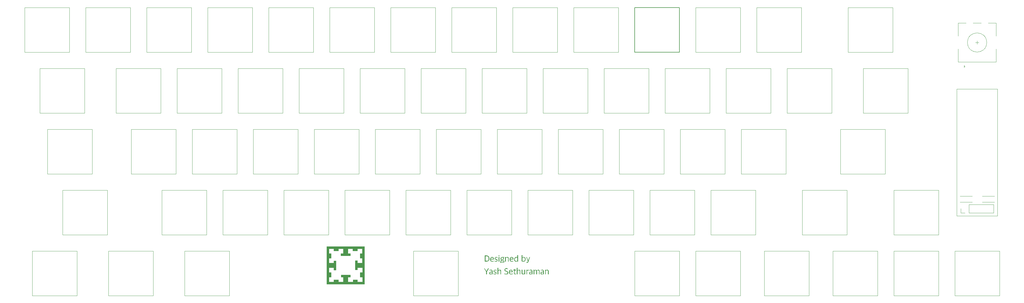
<source format=gbr>
G04 #@! TF.GenerationSoftware,KiCad,Pcbnew,8.0.5*
G04 #@! TF.CreationDate,2025-03-18T10:54:49-07:00*
G04 #@! TF.ProjectId,keyboard,6b657962-6f61-4726-942e-6b696361645f,rev?*
G04 #@! TF.SameCoordinates,Original*
G04 #@! TF.FileFunction,Legend,Top*
G04 #@! TF.FilePolarity,Positive*
%FSLAX46Y46*%
G04 Gerber Fmt 4.6, Leading zero omitted, Abs format (unit mm)*
G04 Created by KiCad (PCBNEW 8.0.5) date 2025-03-18 10:54:49*
%MOMM*%
%LPD*%
G01*
G04 APERTURE LIST*
%ADD10C,0.150000*%
%ADD11C,0.100000*%
%ADD12C,0.000000*%
%ADD13C,0.375000*%
%ADD14C,0.120000*%
G04 APERTURE END LIST*
D10*
X280540000Y-97540000D02*
X294510000Y-97540000D01*
X294510000Y-111510000D01*
X280540000Y-111510000D01*
X280540000Y-97540000D01*
D11*
X381162500Y-123066750D02*
X393862500Y-123066750D01*
X393862500Y-162754250D01*
X381162500Y-162754250D01*
X381162500Y-123066750D01*
D12*
G36*
X196281021Y-184220417D02*
G01*
X184374771Y-184220417D01*
X184374771Y-176031563D01*
X185115605Y-176031563D01*
X185115605Y-177526458D01*
X186597271Y-177526458D01*
X186597271Y-176785625D01*
X187338104Y-176785625D01*
X187338104Y-179748959D01*
X186597271Y-179748959D01*
X186597271Y-179008125D01*
X185115605Y-179008125D01*
X185115605Y-180503021D01*
X185856438Y-180503021D01*
X185856438Y-181984688D01*
X185115605Y-181984688D01*
X185115605Y-183466353D01*
X186610500Y-183466353D01*
X186610500Y-182725520D01*
X188092167Y-182725520D01*
X188092167Y-183466353D01*
X189587062Y-183466353D01*
X189587062Y-181984688D01*
X188846229Y-181984688D01*
X188846229Y-181243855D01*
X191809563Y-181243855D01*
X191809563Y-181984688D01*
X191068729Y-181984688D01*
X191068729Y-183453125D01*
X192563625Y-183453125D01*
X192563625Y-182712292D01*
X194045292Y-182712292D01*
X194045292Y-183453125D01*
X195526957Y-183453125D01*
X195526957Y-181971458D01*
X194786124Y-181971458D01*
X194786124Y-180489792D01*
X195526957Y-180489792D01*
X195526957Y-178994896D01*
X194045292Y-178994896D01*
X194045292Y-179735730D01*
X193304459Y-179735730D01*
X193304459Y-176759167D01*
X194045292Y-176759167D01*
X194045292Y-177500000D01*
X195500500Y-177500000D01*
X195500500Y-176018334D01*
X194759666Y-176018334D01*
X194759666Y-174536667D01*
X195500500Y-174536667D01*
X195500500Y-173055001D01*
X194018833Y-173055001D01*
X194018833Y-173795834D01*
X192537167Y-173795834D01*
X192537167Y-173055001D01*
X191055500Y-173055001D01*
X191055500Y-174536667D01*
X191796334Y-174536667D01*
X191796334Y-175277500D01*
X188819771Y-175277500D01*
X188819771Y-174536667D01*
X189560604Y-174536667D01*
X189560604Y-173055001D01*
X188078938Y-173055001D01*
X188078938Y-173795834D01*
X186597271Y-173795834D01*
X186597271Y-173055001D01*
X185115605Y-173055001D01*
X185115605Y-174549896D01*
X185856438Y-174549896D01*
X185856438Y-176031563D01*
X185115605Y-176031563D01*
X184374771Y-176031563D01*
X184374771Y-174549896D01*
X184374771Y-172314167D01*
X196281021Y-172314167D01*
X196281021Y-184220417D01*
G37*
D13*
G36*
X234169725Y-181042763D02*
G01*
X234388078Y-181042763D01*
X234388078Y-180303196D01*
X235004058Y-179163558D01*
X234791079Y-179163558D01*
X234292823Y-180096078D01*
X234286961Y-180096078D01*
X233785775Y-179163558D01*
X233550814Y-179163558D01*
X234169725Y-180303196D01*
X234169725Y-181042763D01*
G37*
G36*
X235784875Y-179631945D02*
G01*
X235905734Y-179652708D01*
X236005538Y-179693059D01*
X236083471Y-179753703D01*
X236138715Y-179835344D01*
X236170456Y-179938687D01*
X236178378Y-180037459D01*
X236178378Y-181042763D01*
X236004966Y-181042763D01*
X235982495Y-180922107D01*
X235968329Y-180922107D01*
X235891886Y-180990719D01*
X235793997Y-181038242D01*
X235697244Y-181060981D01*
X235599034Y-181067676D01*
X235486426Y-181058253D01*
X235386623Y-181029933D01*
X235287380Y-180970894D01*
X235214722Y-180884396D01*
X235177687Y-180791239D01*
X235164770Y-180678841D01*
X235165264Y-180672979D01*
X235388985Y-180672979D01*
X235399595Y-180750128D01*
X235452369Y-180835797D01*
X235543751Y-180885516D01*
X235652279Y-180899637D01*
X235664306Y-180899514D01*
X235769358Y-180888104D01*
X235872556Y-180856608D01*
X235962956Y-180799009D01*
X235962956Y-180390146D01*
X235643486Y-180426782D01*
X235556693Y-180441982D01*
X235460489Y-180489010D01*
X235404777Y-180569458D01*
X235388985Y-180672979D01*
X235165264Y-180672979D01*
X235172028Y-180592782D01*
X235209263Y-180483446D01*
X235276450Y-180397229D01*
X235371716Y-180333475D01*
X235471201Y-180297032D01*
X235587799Y-180275352D01*
X235962956Y-180230411D01*
X235962956Y-180084842D01*
X235955756Y-179995134D01*
X235911863Y-179894232D01*
X235823321Y-179837345D01*
X235724306Y-179817752D01*
X235618573Y-179813244D01*
X235593677Y-179813470D01*
X235488774Y-179819615D01*
X235385601Y-179834624D01*
X235287869Y-179858185D01*
X235287869Y-179704312D01*
X235299221Y-179699625D01*
X235393179Y-179667570D01*
X235493502Y-179645119D01*
X235601291Y-179632183D01*
X235702593Y-179628597D01*
X235784875Y-179631945D01*
G37*
G36*
X236933577Y-181065233D02*
G01*
X237042285Y-181058464D01*
X237138932Y-181038374D01*
X237241636Y-180995027D01*
X237322859Y-180932012D01*
X237381134Y-180849969D01*
X237414998Y-180749533D01*
X237423528Y-180656371D01*
X237415365Y-180554041D01*
X237382948Y-180456212D01*
X237311520Y-180369958D01*
X237219303Y-180314003D01*
X237119139Y-180276095D01*
X237048371Y-180255812D01*
X236908664Y-180216734D01*
X236813577Y-180182700D01*
X236732353Y-180120135D01*
X236701758Y-180025568D01*
X236701058Y-180003754D01*
X236728308Y-179901744D01*
X236810299Y-179837516D01*
X236915545Y-179813336D01*
X236981449Y-179810314D01*
X237079902Y-179815189D01*
X237183282Y-179830690D01*
X237281913Y-179856682D01*
X237348301Y-179883586D01*
X237348301Y-179709685D01*
X237255618Y-179670172D01*
X237151796Y-179643950D01*
X237052142Y-179631502D01*
X236970213Y-179628597D01*
X236858152Y-179635919D01*
X236761477Y-179657227D01*
X236662063Y-179702018D01*
X236586209Y-179765180D01*
X236525905Y-179862498D01*
X236500938Y-179959263D01*
X236496871Y-180023293D01*
X236506647Y-180123584D01*
X236542574Y-180219690D01*
X236614211Y-180303710D01*
X236697799Y-180356456D01*
X236798826Y-180395858D01*
X236835880Y-180406755D01*
X236973144Y-180443391D01*
X237073247Y-180477952D01*
X237159441Y-180531624D01*
X237208608Y-180623467D01*
X237213479Y-180678841D01*
X237185993Y-180781828D01*
X237110040Y-180846218D01*
X237013644Y-180874943D01*
X236902802Y-180883028D01*
X236801905Y-180878855D01*
X236703503Y-180864848D01*
X236607645Y-180839796D01*
X236508052Y-180804460D01*
X236485636Y-180796078D01*
X236485636Y-180967048D01*
X236578501Y-181009592D01*
X236684510Y-181040321D01*
X236787582Y-181057300D01*
X236899862Y-181064839D01*
X236933577Y-181065233D01*
G37*
G36*
X237741532Y-181042763D02*
G01*
X237954512Y-181042763D01*
X237954512Y-179916803D01*
X238045676Y-179877129D01*
X238144167Y-179844141D01*
X238245772Y-179821594D01*
X238346278Y-179813244D01*
X238454280Y-179820840D01*
X238552020Y-179855886D01*
X238613563Y-179943281D01*
X238626180Y-180051137D01*
X238626180Y-181042763D01*
X238839160Y-181042763D01*
X238839160Y-180009127D01*
X238829502Y-179894503D01*
X238792221Y-179785825D01*
X238726585Y-179706964D01*
X238632246Y-179656142D01*
X238531454Y-179633928D01*
X238436159Y-179628597D01*
X238323828Y-179636695D01*
X238213789Y-179659720D01*
X238109877Y-179695772D01*
X238015927Y-179742946D01*
X237968190Y-179774166D01*
X237954512Y-179774166D01*
X237954512Y-179037529D01*
X237741532Y-179037529D01*
X237741532Y-181042763D01*
G37*
G36*
X240418434Y-181076468D02*
G01*
X240535561Y-181070789D01*
X240639841Y-181054115D01*
X240759396Y-181015724D01*
X240857313Y-180960050D01*
X240934278Y-180888388D01*
X240990978Y-180802032D01*
X241028101Y-180702274D01*
X241046334Y-180590410D01*
X241048580Y-180530341D01*
X241040461Y-180420614D01*
X241008407Y-180306518D01*
X240953620Y-180214280D01*
X240877823Y-180139863D01*
X240782737Y-180079233D01*
X240693938Y-180037941D01*
X240594777Y-180000823D01*
X240410130Y-179942205D01*
X240305211Y-179900021D01*
X240217570Y-179844243D01*
X240157165Y-179764554D01*
X240132057Y-179659346D01*
X240130227Y-179611500D01*
X240148384Y-179504189D01*
X240201707Y-179418836D01*
X240288481Y-179358325D01*
X240388178Y-179328416D01*
X240488287Y-179320362D01*
X240598738Y-179325608D01*
X240697596Y-179339863D01*
X240799310Y-179364916D01*
X240899098Y-179400336D01*
X240953326Y-179423921D01*
X240953326Y-179236343D01*
X240857866Y-179194445D01*
X240755135Y-179162096D01*
X240646748Y-179141890D01*
X240537050Y-179133394D01*
X240496592Y-179132784D01*
X240391633Y-179138144D01*
X240267915Y-179161233D01*
X240162690Y-179201225D01*
X240075900Y-179256683D01*
X239993251Y-179345566D01*
X239939206Y-179453563D01*
X239916490Y-179551837D01*
X239911386Y-179631528D01*
X239918281Y-179731633D01*
X239945876Y-179838714D01*
X239993835Y-179927950D01*
X240061386Y-180001713D01*
X240147759Y-180062372D01*
X240252182Y-180112298D01*
X240323179Y-180138087D01*
X240505384Y-180202568D01*
X240601951Y-180237528D01*
X240693211Y-180284109D01*
X240767834Y-180350256D01*
X240814351Y-180449755D01*
X240824366Y-180546950D01*
X240810835Y-180654239D01*
X240769291Y-180744160D01*
X240698303Y-180814181D01*
X240596441Y-180861771D01*
X240486941Y-180882470D01*
X240410130Y-180885959D01*
X240299929Y-180880833D01*
X240193754Y-180866175D01*
X240092744Y-180843069D01*
X239998039Y-180812595D01*
X239897038Y-180769173D01*
X239883542Y-180762372D01*
X239883542Y-180950439D01*
X239973862Y-180993872D01*
X240079284Y-181030709D01*
X240181528Y-181055010D01*
X240294616Y-181070824D01*
X240397057Y-181076305D01*
X240418434Y-181076468D01*
G37*
G36*
X241976421Y-179631187D02*
G01*
X242100532Y-179651861D01*
X242206124Y-179693083D01*
X242293462Y-179754721D01*
X242362807Y-179836644D01*
X242414424Y-179938720D01*
X242448575Y-180060817D01*
X242462886Y-180165449D01*
X242467631Y-180281214D01*
X242467631Y-180401381D01*
X241520946Y-180401381D01*
X241532349Y-180521794D01*
X241557949Y-180623161D01*
X241609494Y-180724492D01*
X241682255Y-180799305D01*
X241775696Y-180849400D01*
X241889280Y-180876578D01*
X241994289Y-180883028D01*
X242028291Y-180882509D01*
X242137221Y-180873059D01*
X242233586Y-180853230D01*
X242333565Y-180820380D01*
X242428553Y-180779469D01*
X242428553Y-180939204D01*
X242373380Y-180972827D01*
X242275741Y-181015802D01*
X242168491Y-181046207D01*
X242060918Y-181062869D01*
X241960583Y-181067676D01*
X241920273Y-181066900D01*
X241806928Y-181055409D01*
X241704981Y-181030546D01*
X241586834Y-180977423D01*
X241489071Y-180902520D01*
X241411762Y-180806976D01*
X241354974Y-180691931D01*
X241325893Y-180593534D01*
X241308423Y-180485289D01*
X241302593Y-180367676D01*
X241302593Y-180328597D01*
X241308160Y-180230411D01*
X241520946Y-180230411D01*
X242243416Y-180230411D01*
X242238041Y-180125189D01*
X242216240Y-180016012D01*
X242168048Y-179916259D01*
X242095932Y-179848729D01*
X242000006Y-179811432D01*
X241901965Y-179802009D01*
X241804334Y-179813498D01*
X241711126Y-179851262D01*
X241629241Y-179920248D01*
X241574627Y-180005153D01*
X241536657Y-180118037D01*
X241520946Y-180230411D01*
X241308160Y-180230411D01*
X241309920Y-180199362D01*
X241331067Y-180084055D01*
X241364788Y-179982411D01*
X241409832Y-179894163D01*
X241485348Y-179796880D01*
X241575816Y-179722312D01*
X241678277Y-179669828D01*
X241789771Y-179638800D01*
X241907338Y-179628597D01*
X241976421Y-179631187D01*
G37*
G36*
X243241881Y-181059371D02*
G01*
X243346500Y-181049930D01*
X243444778Y-181017812D01*
X243476843Y-181003196D01*
X243476843Y-180857627D01*
X243377132Y-180878219D01*
X243298057Y-180883028D01*
X243198688Y-180872610D01*
X243116025Y-180813834D01*
X243093515Y-180707807D01*
X243093382Y-180695450D01*
X243093382Y-179832784D01*
X243448999Y-179832784D01*
X243448999Y-179656441D01*
X243093382Y-179656441D01*
X243093382Y-179326224D01*
X242880402Y-179326224D01*
X242880402Y-179656441D01*
X242681588Y-179656441D01*
X242681588Y-179832784D01*
X242880402Y-179832784D01*
X242880402Y-180729155D01*
X242890626Y-180829231D01*
X242928381Y-180923740D01*
X243004175Y-181000952D01*
X243110097Y-181045232D01*
X243221633Y-181059091D01*
X243241881Y-181059371D01*
G37*
G36*
X243781169Y-181042763D02*
G01*
X243994149Y-181042763D01*
X243994149Y-179916803D01*
X244085313Y-179877129D01*
X244183804Y-179844141D01*
X244285409Y-179821594D01*
X244385915Y-179813244D01*
X244493917Y-179820840D01*
X244591657Y-179855886D01*
X244653200Y-179943281D01*
X244665817Y-180051137D01*
X244665817Y-181042763D01*
X244878797Y-181042763D01*
X244878797Y-180009127D01*
X244869139Y-179894503D01*
X244831858Y-179785825D01*
X244766223Y-179706964D01*
X244671884Y-179656142D01*
X244571091Y-179633928D01*
X244475796Y-179628597D01*
X244363465Y-179636695D01*
X244253426Y-179659720D01*
X244149514Y-179695772D01*
X244055564Y-179742946D01*
X244007827Y-179774166D01*
X243994149Y-179774166D01*
X243994149Y-179037529D01*
X243781169Y-179037529D01*
X243781169Y-181042763D01*
G37*
G36*
X245698964Y-181067676D02*
G01*
X245806404Y-181058864D01*
X245908050Y-181034209D01*
X246003718Y-180996379D01*
X246093224Y-180948043D01*
X246141532Y-180916734D01*
X246152767Y-180916734D01*
X246172307Y-181042763D01*
X246356954Y-181042763D01*
X246356954Y-179653510D01*
X246144463Y-179653510D01*
X246144463Y-180773607D01*
X246045160Y-180819191D01*
X245951648Y-180853112D01*
X245851628Y-180875911D01*
X245757583Y-180883028D01*
X245656966Y-180875129D01*
X245563510Y-180838411D01*
X245505890Y-180757711D01*
X245489107Y-180647466D01*
X245488915Y-180630969D01*
X245488915Y-179653510D01*
X245273493Y-179653510D01*
X245273493Y-180661744D01*
X245284625Y-180778035D01*
X245317470Y-180874944D01*
X245384379Y-180965460D01*
X245479934Y-181027640D01*
X245580413Y-181057645D01*
X245698964Y-181067676D01*
G37*
G36*
X246764840Y-181042763D02*
G01*
X246980262Y-181042763D01*
X246980262Y-179950509D01*
X247071011Y-179896892D01*
X247162810Y-179860338D01*
X247262132Y-179837242D01*
X247352977Y-179830341D01*
X247453605Y-179838646D01*
X247453605Y-179645205D01*
X247369585Y-179639832D01*
X247268220Y-179650711D01*
X247172709Y-179680300D01*
X247076077Y-179731162D01*
X246998770Y-179793667D01*
X246983193Y-179810314D01*
X246969027Y-179810314D01*
X246969027Y-179653510D01*
X246764840Y-179653510D01*
X246764840Y-181042763D01*
G37*
G36*
X248227583Y-179631945D02*
G01*
X248348442Y-179652708D01*
X248448246Y-179693059D01*
X248526178Y-179753703D01*
X248581423Y-179835344D01*
X248613164Y-179938687D01*
X248621086Y-180037459D01*
X248621086Y-181042763D01*
X248447673Y-181042763D01*
X248425203Y-180922107D01*
X248411037Y-180922107D01*
X248334594Y-180990719D01*
X248236705Y-181038242D01*
X248139952Y-181060981D01*
X248041742Y-181067676D01*
X247929134Y-181058253D01*
X247829330Y-181029933D01*
X247730088Y-180970894D01*
X247657430Y-180884396D01*
X247620394Y-180791239D01*
X247607478Y-180678841D01*
X247607972Y-180672979D01*
X247831693Y-180672979D01*
X247842303Y-180750128D01*
X247895076Y-180835797D01*
X247986459Y-180885516D01*
X248094987Y-180899637D01*
X248107013Y-180899514D01*
X248212066Y-180888104D01*
X248315263Y-180856608D01*
X248405663Y-180799009D01*
X248405663Y-180390146D01*
X248086194Y-180426782D01*
X247999401Y-180441982D01*
X247903197Y-180489010D01*
X247847485Y-180569458D01*
X247831693Y-180672979D01*
X247607972Y-180672979D01*
X247614736Y-180592782D01*
X247651970Y-180483446D01*
X247719158Y-180397229D01*
X247814424Y-180333475D01*
X247913909Y-180297032D01*
X248030506Y-180275352D01*
X248405663Y-180230411D01*
X248405663Y-180084842D01*
X248398463Y-179995134D01*
X248354571Y-179894232D01*
X248266028Y-179837345D01*
X248167013Y-179817752D01*
X248061281Y-179813244D01*
X248036385Y-179813470D01*
X247931482Y-179819615D01*
X247828309Y-179834624D01*
X247730576Y-179858185D01*
X247730576Y-179704312D01*
X247741928Y-179699625D01*
X247835886Y-179667570D01*
X247936210Y-179645119D01*
X248043998Y-179632183D01*
X248145301Y-179628597D01*
X248227583Y-179631945D01*
G37*
G36*
X249023598Y-181042763D02*
G01*
X249236578Y-181042763D01*
X249236578Y-179914361D01*
X249333259Y-179871656D01*
X249433056Y-179837174D01*
X249533751Y-179816589D01*
X249589264Y-179813244D01*
X249694131Y-179823624D01*
X249784536Y-179869359D01*
X249833885Y-179966965D01*
X249841323Y-180051137D01*
X249841323Y-181042763D01*
X250053814Y-181042763D01*
X250053814Y-180006685D01*
X250045510Y-179914361D01*
X250141787Y-179873626D01*
X250244329Y-179838370D01*
X250341640Y-179817511D01*
X250404058Y-179813244D01*
X250510458Y-179823624D01*
X250601895Y-179869359D01*
X250651590Y-179966965D01*
X250659048Y-180051137D01*
X250659048Y-181042763D01*
X250869097Y-181042763D01*
X250869097Y-180006685D01*
X250858980Y-179892058D01*
X250821006Y-179783833D01*
X250756329Y-179705686D01*
X250666513Y-179655588D01*
X250553124Y-179631511D01*
X250488078Y-179628597D01*
X250384573Y-179636508D01*
X250280537Y-179659627D01*
X250176984Y-179697034D01*
X250074925Y-179747808D01*
X250017666Y-179782470D01*
X250006431Y-179782470D01*
X249940836Y-179707662D01*
X249853079Y-179657734D01*
X249756730Y-179633923D01*
X249673284Y-179628597D01*
X249571691Y-179637352D01*
X249473188Y-179661614D01*
X249378481Y-179698375D01*
X249288274Y-179744629D01*
X249239020Y-179774166D01*
X249227785Y-179774166D01*
X249227785Y-179653510D01*
X249023598Y-179653510D01*
X249023598Y-181042763D01*
G37*
G36*
X251795482Y-179631945D02*
G01*
X251916341Y-179652708D01*
X252016145Y-179693059D01*
X252094078Y-179753703D01*
X252149322Y-179835344D01*
X252181064Y-179938687D01*
X252188985Y-180037459D01*
X252188985Y-181042763D01*
X252015573Y-181042763D01*
X251993102Y-180922107D01*
X251978936Y-180922107D01*
X251902494Y-180990719D01*
X251804604Y-181038242D01*
X251707851Y-181060981D01*
X251609641Y-181067676D01*
X251497033Y-181058253D01*
X251397230Y-181029933D01*
X251297987Y-180970894D01*
X251225329Y-180884396D01*
X251188294Y-180791239D01*
X251175377Y-180678841D01*
X251175871Y-180672979D01*
X251399592Y-180672979D01*
X251410202Y-180750128D01*
X251462976Y-180835797D01*
X251554358Y-180885516D01*
X251662886Y-180899637D01*
X251674913Y-180899514D01*
X251779965Y-180888104D01*
X251883163Y-180856608D01*
X251973563Y-180799009D01*
X251973563Y-180390146D01*
X251654093Y-180426782D01*
X251567300Y-180441982D01*
X251471096Y-180489010D01*
X251415384Y-180569458D01*
X251399592Y-180672979D01*
X251175871Y-180672979D01*
X251182635Y-180592782D01*
X251219870Y-180483446D01*
X251287057Y-180397229D01*
X251382323Y-180333475D01*
X251481808Y-180297032D01*
X251598406Y-180275352D01*
X251973563Y-180230411D01*
X251973563Y-180084842D01*
X251966363Y-179995134D01*
X251922471Y-179894232D01*
X251833928Y-179837345D01*
X251734913Y-179817752D01*
X251629181Y-179813244D01*
X251604284Y-179813470D01*
X251499381Y-179819615D01*
X251396208Y-179834624D01*
X251298476Y-179858185D01*
X251298476Y-179704312D01*
X251309828Y-179699625D01*
X251403786Y-179667570D01*
X251504110Y-179645119D01*
X251611898Y-179632183D01*
X251713200Y-179628597D01*
X251795482Y-179631945D01*
G37*
G36*
X252591497Y-181042763D02*
G01*
X252804477Y-181042763D01*
X252804477Y-179914361D01*
X252895641Y-179876099D01*
X252994132Y-179843836D01*
X253095737Y-179821556D01*
X253196243Y-179813244D01*
X253304245Y-179820840D01*
X253401985Y-179855886D01*
X253463528Y-179943281D01*
X253476145Y-180051137D01*
X253476145Y-181042763D01*
X253689125Y-181042763D01*
X253689125Y-180006685D01*
X253679467Y-179892058D01*
X253642186Y-179783833D01*
X253576550Y-179705686D01*
X253482212Y-179655588D01*
X253381419Y-179633803D01*
X253286124Y-179628597D01*
X253173346Y-179637023D01*
X253077573Y-179656451D01*
X252970135Y-179691184D01*
X252870831Y-179736576D01*
X252806920Y-179774166D01*
X252795684Y-179774166D01*
X252795684Y-179653510D01*
X252591497Y-179653510D01*
X252591497Y-181042763D01*
G37*
G36*
X234402350Y-175166974D02*
G01*
X234500426Y-175177239D01*
X234635953Y-175205532D01*
X234757309Y-175249374D01*
X234864194Y-175308852D01*
X234956309Y-175384049D01*
X235033354Y-175475049D01*
X235095031Y-175581938D01*
X235141039Y-175704800D01*
X235171079Y-175843719D01*
X235182086Y-175945294D01*
X235185775Y-176054068D01*
X235185775Y-176107313D01*
X235182548Y-176215223D01*
X235172807Y-176317209D01*
X235145781Y-176458766D01*
X235103582Y-176586186D01*
X235045901Y-176698988D01*
X234972429Y-176796688D01*
X234882857Y-176878804D01*
X234776876Y-176944851D01*
X234654177Y-176994348D01*
X234514451Y-177026811D01*
X234411688Y-177038751D01*
X234301128Y-177042763D01*
X233740834Y-177042763D01*
X233740834Y-176852254D01*
X233962118Y-176852254D01*
X234306501Y-176852254D01*
X234347270Y-176851627D01*
X234461000Y-176842123D01*
X234562055Y-176820892D01*
X234677515Y-176773698D01*
X234771485Y-176704113D01*
X234844561Y-176611256D01*
X234897338Y-176494244D01*
X234923957Y-176390104D01*
X234939745Y-176271509D01*
X234944952Y-176138087D01*
X234944952Y-176054068D01*
X234942175Y-175960394D01*
X234927698Y-175834368D01*
X234901041Y-175725012D01*
X234862426Y-175631524D01*
X234792716Y-175530171D01*
X234702657Y-175453703D01*
X234592770Y-175400219D01*
X234497656Y-175374045D01*
X234391902Y-175358928D01*
X234275726Y-175354068D01*
X233962118Y-175354068D01*
X233962118Y-176852254D01*
X233740834Y-176852254D01*
X233740834Y-175163558D01*
X234298197Y-175163558D01*
X234402350Y-175166974D01*
G37*
G36*
X236110684Y-175631187D02*
G01*
X236234796Y-175651861D01*
X236340388Y-175693083D01*
X236427725Y-175754721D01*
X236497071Y-175836644D01*
X236548688Y-175938720D01*
X236582839Y-176060817D01*
X236597150Y-176165449D01*
X236601895Y-176281214D01*
X236601895Y-176401381D01*
X235655210Y-176401381D01*
X235666613Y-176521794D01*
X235692213Y-176623161D01*
X235743758Y-176724492D01*
X235816519Y-176799305D01*
X235909960Y-176849400D01*
X236023543Y-176876578D01*
X236128553Y-176883028D01*
X236162554Y-176882509D01*
X236271485Y-176873059D01*
X236367849Y-176853230D01*
X236467829Y-176820380D01*
X236562816Y-176779469D01*
X236562816Y-176939204D01*
X236507644Y-176972827D01*
X236410004Y-177015802D01*
X236302755Y-177046207D01*
X236195182Y-177062869D01*
X236094847Y-177067676D01*
X236054537Y-177066900D01*
X235941192Y-177055409D01*
X235839245Y-177030546D01*
X235721097Y-176977423D01*
X235623335Y-176902520D01*
X235546025Y-176806976D01*
X235489238Y-176691931D01*
X235460157Y-176593534D01*
X235442687Y-176485289D01*
X235436857Y-176367676D01*
X235436857Y-176328597D01*
X235442423Y-176230411D01*
X235655210Y-176230411D01*
X236377680Y-176230411D01*
X236372305Y-176125189D01*
X236350504Y-176016012D01*
X236302312Y-175916259D01*
X236230195Y-175848729D01*
X236134270Y-175811432D01*
X236036229Y-175802009D01*
X235938597Y-175813498D01*
X235845390Y-175851262D01*
X235763505Y-175920248D01*
X235708891Y-176005153D01*
X235670921Y-176118037D01*
X235655210Y-176230411D01*
X235442423Y-176230411D01*
X235444183Y-176199362D01*
X235465331Y-176084055D01*
X235499051Y-175982411D01*
X235544096Y-175894163D01*
X235619612Y-175796880D01*
X235710080Y-175722312D01*
X235812540Y-175669828D01*
X235924034Y-175638800D01*
X236041602Y-175628597D01*
X236110684Y-175631187D01*
G37*
G36*
X237275517Y-177065233D02*
G01*
X237384225Y-177058464D01*
X237480872Y-177038374D01*
X237583576Y-176995027D01*
X237664799Y-176932012D01*
X237723074Y-176849969D01*
X237756938Y-176749533D01*
X237765468Y-176656371D01*
X237757305Y-176554041D01*
X237724888Y-176456212D01*
X237653460Y-176369958D01*
X237561243Y-176314003D01*
X237461079Y-176276095D01*
X237390311Y-176255812D01*
X237250604Y-176216734D01*
X237155517Y-176182700D01*
X237074293Y-176120135D01*
X237043698Y-176025568D01*
X237042998Y-176003754D01*
X237070248Y-175901744D01*
X237152239Y-175837516D01*
X237257485Y-175813336D01*
X237323389Y-175810314D01*
X237421842Y-175815189D01*
X237525222Y-175830690D01*
X237623853Y-175856682D01*
X237690241Y-175883586D01*
X237690241Y-175709685D01*
X237597558Y-175670172D01*
X237493736Y-175643950D01*
X237394082Y-175631502D01*
X237312153Y-175628597D01*
X237200092Y-175635919D01*
X237103417Y-175657227D01*
X237004003Y-175702018D01*
X236928149Y-175765180D01*
X236867845Y-175862498D01*
X236842878Y-175959263D01*
X236838811Y-176023293D01*
X236848587Y-176123584D01*
X236884514Y-176219690D01*
X236956151Y-176303710D01*
X237039739Y-176356456D01*
X237140766Y-176395858D01*
X237177820Y-176406755D01*
X237315084Y-176443391D01*
X237415187Y-176477952D01*
X237501381Y-176531624D01*
X237550548Y-176623467D01*
X237555419Y-176678841D01*
X237527933Y-176781828D01*
X237451980Y-176846218D01*
X237355584Y-176874943D01*
X237244742Y-176883028D01*
X237143845Y-176878855D01*
X237045443Y-176864848D01*
X236949585Y-176839796D01*
X236849992Y-176804460D01*
X236827576Y-176796078D01*
X236827576Y-176967048D01*
X236920441Y-177009592D01*
X237026450Y-177040321D01*
X237129522Y-177057300D01*
X237241802Y-177064839D01*
X237275517Y-177065233D01*
G37*
G36*
X238091777Y-177042763D02*
G01*
X238304756Y-177042763D01*
X238304756Y-175656441D01*
X238091777Y-175656441D01*
X238091777Y-177042763D01*
G37*
G36*
X238088846Y-175376538D02*
G01*
X238307687Y-175376538D01*
X238307687Y-175152323D01*
X238088846Y-175152323D01*
X238088846Y-175376538D01*
G37*
G36*
X239306327Y-175633819D02*
G01*
X239407269Y-175651067D01*
X239877680Y-175651067D01*
X239877680Y-175816175D01*
X239628553Y-175816175D01*
X239676060Y-175873505D01*
X239716684Y-175967210D01*
X239729181Y-176071165D01*
X239729181Y-176073607D01*
X239718747Y-176178021D01*
X239678437Y-176288961D01*
X239611418Y-176378148D01*
X239521538Y-176445582D01*
X239412642Y-176491263D01*
X239314418Y-176512145D01*
X239208455Y-176519106D01*
X239168328Y-176518082D01*
X239069464Y-176506268D01*
X238970562Y-176480027D01*
X238947981Y-176502009D01*
X238906082Y-176591891D01*
X238944499Y-176675033D01*
X239043347Y-176695450D01*
X239426808Y-176695450D01*
X239518067Y-176699206D01*
X239621442Y-176715775D01*
X239726083Y-176756277D01*
X239804950Y-176823232D01*
X239853176Y-176920831D01*
X239866445Y-177028597D01*
X239852141Y-177135900D01*
X239807829Y-177232692D01*
X239731406Y-177315829D01*
X239645736Y-177370398D01*
X239537094Y-177412608D01*
X239439889Y-177435189D01*
X239328703Y-177449235D01*
X239203081Y-177454068D01*
X239164079Y-177453709D01*
X239054906Y-177448384D01*
X238957390Y-177436862D01*
X238845284Y-177412236D01*
X238753379Y-177377502D01*
X238666453Y-177320665D01*
X238602375Y-177234118D01*
X238581239Y-177129225D01*
X238586358Y-177101381D01*
X238805454Y-177101381D01*
X238811028Y-177144658D01*
X238876128Y-177227605D01*
X238968244Y-177264210D01*
X239079902Y-177281521D01*
X239197220Y-177286029D01*
X239227336Y-177285783D01*
X239335831Y-177279961D01*
X239445787Y-177262099D01*
X239542884Y-177225823D01*
X239619203Y-177153726D01*
X239642719Y-177056441D01*
X239640902Y-177022551D01*
X239593402Y-176928193D01*
X239496691Y-176892455D01*
X239393102Y-176885959D01*
X238993033Y-176885959D01*
X238902340Y-176928229D01*
X238831937Y-176998641D01*
X238805454Y-177101381D01*
X238586358Y-177101381D01*
X238597527Y-177040628D01*
X238659397Y-176950256D01*
X238743218Y-176889966D01*
X238844533Y-176846392D01*
X238844533Y-176832714D01*
X238809089Y-176819541D01*
X238731831Y-176754867D01*
X238704338Y-176658813D01*
X238722412Y-176575973D01*
X238784491Y-176493025D01*
X238861142Y-176429225D01*
X238789120Y-176368782D01*
X238729026Y-176280643D01*
X238697050Y-176183226D01*
X238687729Y-176082400D01*
X238687729Y-176076538D01*
X238688828Y-176065303D01*
X238900709Y-176065303D01*
X238900709Y-176079469D01*
X238903904Y-176128157D01*
X238934895Y-176222983D01*
X239006602Y-176299292D01*
X239096760Y-176338144D01*
X239208455Y-176351067D01*
X239243762Y-176350014D01*
X239351638Y-176329760D01*
X239443140Y-176275113D01*
X239498017Y-176186955D01*
X239513758Y-176082400D01*
X239513758Y-176068234D01*
X239508334Y-176001615D01*
X239473970Y-175907807D01*
X239399271Y-175834938D01*
X239306285Y-175800054D01*
X239208455Y-175790774D01*
X239173604Y-175791952D01*
X239066079Y-175814128D01*
X238973461Y-175872066D01*
X238917079Y-175962181D01*
X238900709Y-176065303D01*
X238688828Y-176065303D01*
X238697708Y-175974544D01*
X238736622Y-175864546D01*
X238802108Y-175774656D01*
X238891158Y-175705588D01*
X239000764Y-175658059D01*
X239101229Y-175636023D01*
X239211386Y-175628597D01*
X239306327Y-175633819D01*
G37*
G36*
X240135112Y-177042763D02*
G01*
X240348092Y-177042763D01*
X240348092Y-175914361D01*
X240439256Y-175876099D01*
X240537747Y-175843836D01*
X240639352Y-175821556D01*
X240739857Y-175813244D01*
X240847859Y-175820840D01*
X240945600Y-175855886D01*
X241007143Y-175943281D01*
X241019760Y-176051137D01*
X241019760Y-177042763D01*
X241232740Y-177042763D01*
X241232740Y-176006685D01*
X241223082Y-175892058D01*
X241185801Y-175783833D01*
X241120165Y-175705686D01*
X241025826Y-175655588D01*
X240925034Y-175633803D01*
X240829739Y-175628597D01*
X240716961Y-175637023D01*
X240621188Y-175656451D01*
X240513750Y-175691184D01*
X240414446Y-175736576D01*
X240350534Y-175774166D01*
X240339299Y-175774166D01*
X240339299Y-175653510D01*
X240135112Y-175653510D01*
X240135112Y-177042763D01*
G37*
G36*
X242222617Y-175631187D02*
G01*
X242346729Y-175651861D01*
X242452321Y-175693083D01*
X242539658Y-175754721D01*
X242609004Y-175836644D01*
X242660621Y-175938720D01*
X242694772Y-176060817D01*
X242709083Y-176165449D01*
X242713828Y-176281214D01*
X242713828Y-176401381D01*
X241767143Y-176401381D01*
X241778546Y-176521794D01*
X241804146Y-176623161D01*
X241855691Y-176724492D01*
X241928452Y-176799305D01*
X242021893Y-176849400D01*
X242135476Y-176876578D01*
X242240486Y-176883028D01*
X242274487Y-176882509D01*
X242383418Y-176873059D01*
X242479782Y-176853230D01*
X242579762Y-176820380D01*
X242674749Y-176779469D01*
X242674749Y-176939204D01*
X242619577Y-176972827D01*
X242521937Y-177015802D01*
X242414688Y-177046207D01*
X242307115Y-177062869D01*
X242206780Y-177067676D01*
X242166470Y-177066900D01*
X242053125Y-177055409D01*
X241951178Y-177030546D01*
X241833030Y-176977423D01*
X241735268Y-176902520D01*
X241657958Y-176806976D01*
X241601171Y-176691931D01*
X241572090Y-176593534D01*
X241554620Y-176485289D01*
X241548790Y-176367676D01*
X241548790Y-176328597D01*
X241554357Y-176230411D01*
X241767143Y-176230411D01*
X242489613Y-176230411D01*
X242484238Y-176125189D01*
X242462437Y-176016012D01*
X242414245Y-175916259D01*
X242342128Y-175848729D01*
X242246203Y-175811432D01*
X242148162Y-175802009D01*
X242050530Y-175813498D01*
X241957323Y-175851262D01*
X241875438Y-175920248D01*
X241820824Y-176005153D01*
X241782854Y-176118037D01*
X241767143Y-176230411D01*
X241554357Y-176230411D01*
X241556117Y-176199362D01*
X241577264Y-176084055D01*
X241610984Y-175982411D01*
X241656029Y-175894163D01*
X241731545Y-175796880D01*
X241822013Y-175722312D01*
X241924473Y-175669828D01*
X242035967Y-175638800D01*
X242153535Y-175628597D01*
X242222617Y-175631187D01*
G37*
G36*
X244151930Y-177042763D02*
G01*
X243972656Y-177042763D01*
X243947743Y-176927969D01*
X243936508Y-176927969D01*
X243920164Y-176942901D01*
X243831908Y-177002158D01*
X243733022Y-177041076D01*
X243630493Y-177061732D01*
X243530576Y-177067676D01*
X243452226Y-177063100D01*
X243348702Y-177041707D01*
X243249709Y-177000944D01*
X243159014Y-176938745D01*
X243080383Y-176853042D01*
X243017583Y-176741770D01*
X242983138Y-176640293D01*
X242961305Y-176522399D01*
X242953675Y-176387215D01*
X242953675Y-176351067D01*
X242954129Y-176323224D01*
X243177401Y-176323224D01*
X243177401Y-176378911D01*
X243181760Y-176481506D01*
X243200614Y-176597685D01*
X243243707Y-176712133D01*
X243306640Y-176795447D01*
X243387421Y-176850901D01*
X243484060Y-176881770D01*
X243594568Y-176891332D01*
X243653078Y-176888578D01*
X243755697Y-176868895D01*
X243849673Y-176830725D01*
X243936508Y-176773607D01*
X243936508Y-175900195D01*
X243901754Y-175877507D01*
X243808561Y-175839493D01*
X243704050Y-175817282D01*
X243600430Y-175810314D01*
X243576051Y-175810719D01*
X243463619Y-175825457D01*
X243367901Y-175863080D01*
X243290180Y-175925901D01*
X243231744Y-176016236D01*
X243199744Y-176109868D01*
X243181567Y-176223775D01*
X243177401Y-176323224D01*
X242954129Y-176323224D01*
X242954432Y-176304641D01*
X242965562Y-176175287D01*
X242989353Y-176060557D01*
X243025004Y-175960120D01*
X243071711Y-175873641D01*
X243149803Y-175779474D01*
X243244226Y-175708739D01*
X243353081Y-175660648D01*
X243474467Y-175634410D01*
X243572586Y-175628597D01*
X243634065Y-175630721D01*
X243742688Y-175645959D01*
X243843098Y-175675734D01*
X243936508Y-175720921D01*
X243936508Y-175037529D01*
X244151930Y-175037529D01*
X244151930Y-177042763D01*
G37*
G36*
X245512851Y-175746322D02*
G01*
X245527017Y-175746322D01*
X245557653Y-175728518D01*
X245647055Y-175685516D01*
X245750208Y-175652143D01*
X245854266Y-175633936D01*
X245955419Y-175628597D01*
X246030269Y-175632974D01*
X246128301Y-175653634D01*
X246221285Y-175693396D01*
X246305919Y-175754620D01*
X246378900Y-175839662D01*
X246436924Y-175950883D01*
X246468640Y-176052896D01*
X246488691Y-176171956D01*
X246495684Y-176309057D01*
X246495684Y-176345205D01*
X246489302Y-176470627D01*
X246470282Y-176585106D01*
X246438815Y-176688337D01*
X246395092Y-176780017D01*
X246318059Y-176883761D01*
X246220029Y-176965706D01*
X246132999Y-177012426D01*
X246034603Y-177046174D01*
X245925032Y-177066646D01*
X245804477Y-177073538D01*
X245707829Y-177070611D01*
X245605018Y-177062074D01*
X245502245Y-177048296D01*
X245405713Y-177029643D01*
X245297429Y-176997822D01*
X245297429Y-175900195D01*
X245512851Y-175900195D01*
X245512851Y-176843949D01*
X245608649Y-176874077D01*
X245707025Y-176889311D01*
X245815224Y-176894263D01*
X245838496Y-176893913D01*
X245950066Y-176880778D01*
X246050889Y-176845943D01*
X246137197Y-176785697D01*
X246205223Y-176696328D01*
X246243948Y-176601370D01*
X246266633Y-176483497D01*
X246271958Y-176378911D01*
X246271958Y-176323224D01*
X246268406Y-176221180D01*
X246252551Y-176105368D01*
X246214668Y-175990920D01*
X246156463Y-175907276D01*
X246059414Y-175843220D01*
X245955557Y-175816484D01*
X245857234Y-175810314D01*
X245804469Y-175812793D01*
X245704777Y-175829865D01*
X245606098Y-175860665D01*
X245512851Y-175900195D01*
X245297429Y-175900195D01*
X245297429Y-175037529D01*
X245512851Y-175037529D01*
X245512851Y-175746322D01*
G37*
G36*
X246929948Y-177459930D02*
G01*
X247029512Y-177453476D01*
X247129768Y-177426951D01*
X247224845Y-177366179D01*
X247291756Y-177284968D01*
X247340020Y-177194381D01*
X247366654Y-177129225D01*
X247912781Y-175653510D01*
X247696871Y-175653510D01*
X247321714Y-176709616D01*
X247316340Y-176709616D01*
X246907478Y-175653510D01*
X246677890Y-175653510D01*
X247209851Y-176992449D01*
X247167841Y-177107243D01*
X247118725Y-177198017D01*
X247040377Y-177258876D01*
X246938935Y-177279395D01*
X246890869Y-177280655D01*
X246792020Y-177268029D01*
X246756047Y-177261116D01*
X246756047Y-177420851D01*
X246851094Y-177451565D01*
X246929948Y-177459930D01*
G37*
D14*
X313877500Y-135640000D02*
X327847500Y-135640000D01*
X313877500Y-149610000D02*
X313877500Y-135640000D01*
X327847500Y-135640000D02*
X327847500Y-149610000D01*
X327847500Y-149610000D02*
X313877500Y-149610000D01*
X209102500Y-154690000D02*
X223072500Y-154690000D01*
X209102500Y-168660000D02*
X209102500Y-154690000D01*
X223072500Y-154690000D02*
X223072500Y-168660000D01*
X223072500Y-168660000D02*
X209102500Y-168660000D01*
X347215000Y-97540000D02*
X361185000Y-97540000D01*
X347215000Y-111510000D02*
X347215000Y-97540000D01*
X361185000Y-97540000D02*
X361185000Y-111510000D01*
X361185000Y-111510000D02*
X347215000Y-111510000D01*
X190052500Y-154690000D02*
X204022500Y-154690000D01*
X190052500Y-168660000D02*
X190052500Y-154690000D01*
X204022500Y-154690000D02*
X204022500Y-168660000D01*
X204022500Y-168660000D02*
X190052500Y-168660000D01*
X256727500Y-135640000D02*
X270697500Y-135640000D01*
X256727500Y-149610000D02*
X256727500Y-135640000D01*
X270697500Y-135640000D02*
X270697500Y-149610000D01*
X270697500Y-149610000D02*
X256727500Y-149610000D01*
X185290000Y-97540000D02*
X199260000Y-97540000D01*
X185290000Y-111510000D02*
X185290000Y-97540000D01*
X199260000Y-97540000D02*
X199260000Y-111510000D01*
X199260000Y-111510000D02*
X185290000Y-111510000D01*
X309115000Y-116590000D02*
X323085000Y-116590000D01*
X309115000Y-130560000D02*
X309115000Y-116590000D01*
X323085000Y-116590000D02*
X323085000Y-130560000D01*
X323085000Y-130560000D02*
X309115000Y-130560000D01*
X228152500Y-154690000D02*
X242122500Y-154690000D01*
X228152500Y-168660000D02*
X228152500Y-154690000D01*
X242122500Y-154690000D02*
X242122500Y-168660000D01*
X242122500Y-168660000D02*
X228152500Y-168660000D01*
X261490000Y-97540000D02*
X275460000Y-97540000D01*
X261490000Y-111510000D02*
X261490000Y-97540000D01*
X275460000Y-97540000D02*
X275460000Y-111510000D01*
X275460000Y-111510000D02*
X261490000Y-111510000D01*
X294827500Y-135640000D02*
X308797500Y-135640000D01*
X294827500Y-149610000D02*
X294827500Y-135640000D01*
X308797500Y-135640000D02*
X308797500Y-149610000D01*
X308797500Y-149610000D02*
X294827500Y-149610000D01*
X299590000Y-97540000D02*
X313560000Y-97540000D01*
X299590000Y-111510000D02*
X299590000Y-97540000D01*
X313560000Y-97540000D02*
X313560000Y-111510000D01*
X313560000Y-111510000D02*
X299590000Y-111510000D01*
X101946250Y-154690000D02*
X115916250Y-154690000D01*
X101946250Y-168660000D02*
X101946250Y-154690000D01*
X115916250Y-154690000D02*
X115916250Y-168660000D01*
X115916250Y-168660000D02*
X101946250Y-168660000D01*
X194815000Y-116590000D02*
X208785000Y-116590000D01*
X194815000Y-130560000D02*
X194815000Y-116590000D01*
X208785000Y-116590000D02*
X208785000Y-130560000D01*
X208785000Y-130560000D02*
X194815000Y-130560000D01*
X266252500Y-154690000D02*
X280222500Y-154690000D01*
X266252500Y-168660000D02*
X266252500Y-154690000D01*
X280222500Y-154690000D02*
X280222500Y-168660000D01*
X280222500Y-168660000D02*
X266252500Y-168660000D01*
X94802500Y-116590000D02*
X108772500Y-116590000D01*
X94802500Y-130560000D02*
X94802500Y-116590000D01*
X108772500Y-116590000D02*
X108772500Y-130560000D01*
X108772500Y-130560000D02*
X94802500Y-130560000D01*
X344833750Y-135640000D02*
X358803750Y-135640000D01*
X344833750Y-149610000D02*
X344833750Y-135640000D01*
X358803750Y-135640000D02*
X358803750Y-149610000D01*
X358803750Y-149610000D02*
X344833750Y-149610000D01*
X151952500Y-154690000D02*
X165922500Y-154690000D01*
X151952500Y-168660000D02*
X151952500Y-154690000D01*
X165922500Y-154690000D02*
X165922500Y-168660000D01*
X165922500Y-168660000D02*
X151952500Y-168660000D01*
X280540000Y-97540000D02*
X294510000Y-97540000D01*
X280540000Y-111510000D02*
X280540000Y-97540000D01*
X294510000Y-97540000D02*
X294510000Y-111510000D01*
X294510000Y-111510000D02*
X280540000Y-111510000D01*
X304352500Y-154690000D02*
X318322500Y-154690000D01*
X304352500Y-168660000D02*
X304352500Y-154690000D01*
X318322500Y-154690000D02*
X318322500Y-168660000D01*
X318322500Y-168660000D02*
X304352500Y-168660000D01*
X199577500Y-135640000D02*
X213547500Y-135640000D01*
X199577500Y-149610000D02*
X199577500Y-135640000D01*
X213547500Y-135640000D02*
X213547500Y-149610000D01*
X213547500Y-149610000D02*
X199577500Y-149610000D01*
X247202500Y-154690000D02*
X261172500Y-154690000D01*
X247202500Y-168660000D02*
X247202500Y-154690000D01*
X261172500Y-154690000D02*
X261172500Y-168660000D01*
X261172500Y-168660000D02*
X247202500Y-168660000D01*
X280540000Y-173740000D02*
X294510000Y-173740000D01*
X280540000Y-187710000D02*
X280540000Y-173740000D01*
X294510000Y-173740000D02*
X294510000Y-187710000D01*
X294510000Y-187710000D02*
X280540000Y-187710000D01*
X175765000Y-116590000D02*
X189735000Y-116590000D01*
X175765000Y-130560000D02*
X175765000Y-116590000D01*
X189735000Y-116590000D02*
X189735000Y-130560000D01*
X189735000Y-130560000D02*
X175765000Y-130560000D01*
X140046250Y-173740000D02*
X154016250Y-173740000D01*
X140046250Y-187710000D02*
X140046250Y-173740000D01*
X154016250Y-173740000D02*
X154016250Y-187710000D01*
X154016250Y-187710000D02*
X140046250Y-187710000D01*
X213865000Y-116590000D02*
X227835000Y-116590000D01*
X213865000Y-130560000D02*
X213865000Y-116590000D01*
X227835000Y-116590000D02*
X227835000Y-130560000D01*
X227835000Y-130560000D02*
X213865000Y-130560000D01*
X342452500Y-173740000D02*
X356422500Y-173740000D01*
X342452500Y-187710000D02*
X342452500Y-173740000D01*
X356422500Y-173740000D02*
X356422500Y-187710000D01*
X356422500Y-187710000D02*
X342452500Y-187710000D01*
X271015000Y-116590000D02*
X284985000Y-116590000D01*
X271015000Y-130560000D02*
X271015000Y-116590000D01*
X284985000Y-116590000D02*
X284985000Y-130560000D01*
X284985000Y-130560000D02*
X271015000Y-130560000D01*
X361502500Y-173740000D02*
X375472500Y-173740000D01*
X361502500Y-187710000D02*
X361502500Y-173740000D01*
X375472500Y-173740000D02*
X375472500Y-187710000D01*
X375472500Y-187710000D02*
X361502500Y-187710000D01*
X285302500Y-154690000D02*
X299272500Y-154690000D01*
X285302500Y-168660000D02*
X285302500Y-154690000D01*
X299272500Y-154690000D02*
X299272500Y-168660000D01*
X299272500Y-168660000D02*
X285302500Y-168660000D01*
X382382500Y-161830000D02*
X382382500Y-160500000D01*
X383712500Y-161830000D02*
X382382500Y-161830000D01*
X384982500Y-159170000D02*
X392662500Y-159170000D01*
X384982500Y-161830000D02*
X384982500Y-159170000D01*
X384982500Y-161830000D02*
X392662500Y-161830000D01*
X392662500Y-161830000D02*
X392662500Y-159170000D01*
X118615000Y-116590000D02*
X132585000Y-116590000D01*
X118615000Y-130560000D02*
X118615000Y-116590000D01*
X132585000Y-116590000D02*
X132585000Y-130560000D01*
X132585000Y-130560000D02*
X118615000Y-130560000D01*
X251965000Y-116590000D02*
X265935000Y-116590000D01*
X251965000Y-130560000D02*
X251965000Y-116590000D01*
X265935000Y-116590000D02*
X265935000Y-130560000D01*
X265935000Y-130560000D02*
X251965000Y-130560000D01*
X156715000Y-116590000D02*
X170685000Y-116590000D01*
X156715000Y-130560000D02*
X156715000Y-116590000D01*
X170685000Y-116590000D02*
X170685000Y-130560000D01*
X170685000Y-130560000D02*
X156715000Y-130560000D01*
X128140000Y-97540000D02*
X142110000Y-97540000D01*
X128140000Y-111510000D02*
X128140000Y-97540000D01*
X142110000Y-97540000D02*
X142110000Y-111510000D01*
X142110000Y-111510000D02*
X128140000Y-111510000D01*
X142427500Y-135640000D02*
X156397500Y-135640000D01*
X142427500Y-149610000D02*
X142427500Y-135640000D01*
X156397500Y-135640000D02*
X156397500Y-149610000D01*
X156397500Y-149610000D02*
X142427500Y-149610000D01*
X351977500Y-116590000D02*
X365947500Y-116590000D01*
X351977500Y-130560000D02*
X351977500Y-116590000D01*
X365947500Y-116590000D02*
X365947500Y-130560000D01*
X365947500Y-130560000D02*
X351977500Y-130560000D01*
X232915000Y-116590000D02*
X246885000Y-116590000D01*
X232915000Y-130560000D02*
X232915000Y-116590000D01*
X246885000Y-116590000D02*
X246885000Y-130560000D01*
X246885000Y-130560000D02*
X232915000Y-130560000D01*
X123377500Y-135640000D02*
X137347500Y-135640000D01*
X123377500Y-149610000D02*
X123377500Y-135640000D01*
X137347500Y-135640000D02*
X137347500Y-149610000D01*
X137347500Y-149610000D02*
X123377500Y-149610000D01*
X299590000Y-173740000D02*
X313560000Y-173740000D01*
X299590000Y-187710000D02*
X299590000Y-173740000D01*
X313560000Y-173740000D02*
X313560000Y-187710000D01*
X313560000Y-187710000D02*
X299590000Y-187710000D01*
X328165000Y-116590000D02*
X342135000Y-116590000D01*
X328165000Y-130560000D02*
X328165000Y-116590000D01*
X342135000Y-116590000D02*
X342135000Y-130560000D01*
X342135000Y-130560000D02*
X328165000Y-130560000D01*
X361502500Y-154690000D02*
X375472500Y-154690000D01*
X361502500Y-168660000D02*
X361502500Y-154690000D01*
X375472500Y-154690000D02*
X375472500Y-168660000D01*
X375472500Y-168660000D02*
X361502500Y-168660000D01*
X389120000Y-156580000D02*
X392960000Y-156580000D01*
X389120000Y-158420000D02*
X392960000Y-158420000D01*
X242440000Y-97540000D02*
X256410000Y-97540000D01*
X242440000Y-111510000D02*
X242440000Y-97540000D01*
X256410000Y-97540000D02*
X256410000Y-111510000D01*
X256410000Y-111510000D02*
X242440000Y-111510000D01*
X161477500Y-135640000D02*
X175447500Y-135640000D01*
X161477500Y-149610000D02*
X161477500Y-135640000D01*
X175447500Y-135640000D02*
X175447500Y-149610000D01*
X175447500Y-149610000D02*
X161477500Y-149610000D01*
X109090000Y-97540000D02*
X123060000Y-97540000D01*
X109090000Y-111510000D02*
X109090000Y-97540000D01*
X123060000Y-97540000D02*
X123060000Y-111510000D01*
X123060000Y-111510000D02*
X109090000Y-111510000D01*
X321021250Y-173740000D02*
X334991250Y-173740000D01*
X321021250Y-187710000D02*
X321021250Y-173740000D01*
X334991250Y-173740000D02*
X334991250Y-187710000D01*
X334991250Y-187710000D02*
X321021250Y-187710000D01*
X116233750Y-173740000D02*
X130203750Y-173740000D01*
X116233750Y-187710000D02*
X116233750Y-173740000D01*
X130203750Y-173740000D02*
X130203750Y-187710000D01*
X130203750Y-187710000D02*
X116233750Y-187710000D01*
X147190000Y-97540000D02*
X161160000Y-97540000D01*
X147190000Y-111510000D02*
X147190000Y-97540000D01*
X161160000Y-97540000D02*
X161160000Y-111510000D01*
X161160000Y-111510000D02*
X147190000Y-111510000D01*
X275777500Y-135640000D02*
X289747500Y-135640000D01*
X275777500Y-149610000D02*
X275777500Y-135640000D01*
X289747500Y-135640000D02*
X289747500Y-149610000D01*
X289747500Y-149610000D02*
X275777500Y-149610000D01*
X381600000Y-102400000D02*
X384000000Y-102400000D01*
X381600000Y-106500000D02*
X381600000Y-102400000D01*
X381600000Y-110500000D02*
X381600000Y-114600000D01*
X381600000Y-114600000D02*
X393400000Y-114600000D01*
X383400000Y-115700000D02*
X383700000Y-116000000D01*
X383400000Y-116300000D02*
X383400000Y-115700000D01*
X383700000Y-116000000D02*
X383400000Y-116300000D01*
X386200000Y-102400000D02*
X388800000Y-102400000D01*
X387000000Y-108500000D02*
X388000000Y-108500000D01*
X387500000Y-109000000D02*
X387500000Y-108000000D01*
X391000000Y-102400000D02*
X393400000Y-102400000D01*
X393400000Y-102400000D02*
X393400000Y-106500000D01*
X393400000Y-110500000D02*
X393400000Y-114600000D01*
X390500000Y-108500000D02*
G75*
G02*
X384500000Y-108500000I-3000000J0D01*
G01*
X384500000Y-108500000D02*
G75*
G02*
X390500000Y-108500000I3000000J0D01*
G01*
X223390000Y-97540000D02*
X237360000Y-97540000D01*
X223390000Y-111510000D02*
X223390000Y-97540000D01*
X237360000Y-97540000D02*
X237360000Y-111510000D01*
X237360000Y-111510000D02*
X223390000Y-111510000D01*
X97183750Y-135640000D02*
X111153750Y-135640000D01*
X97183750Y-149610000D02*
X97183750Y-135640000D01*
X111153750Y-135640000D02*
X111153750Y-149610000D01*
X111153750Y-149610000D02*
X97183750Y-149610000D01*
X318640000Y-97540000D02*
X332610000Y-97540000D01*
X318640000Y-111510000D02*
X318640000Y-97540000D01*
X332610000Y-97540000D02*
X332610000Y-111510000D01*
X332610000Y-111510000D02*
X318640000Y-111510000D01*
X92421250Y-173740000D02*
X106391250Y-173740000D01*
X92421250Y-187710000D02*
X92421250Y-173740000D01*
X106391250Y-173740000D02*
X106391250Y-187710000D01*
X106391250Y-187710000D02*
X92421250Y-187710000D01*
X204340000Y-97540000D02*
X218310000Y-97540000D01*
X204340000Y-111510000D02*
X204340000Y-97540000D01*
X218310000Y-97540000D02*
X218310000Y-111510000D01*
X218310000Y-111510000D02*
X204340000Y-111510000D01*
X290065000Y-116590000D02*
X304035000Y-116590000D01*
X290065000Y-130560000D02*
X290065000Y-116590000D01*
X304035000Y-116590000D02*
X304035000Y-130560000D01*
X304035000Y-130560000D02*
X290065000Y-130560000D01*
X180527500Y-135640000D02*
X194497500Y-135640000D01*
X180527500Y-149610000D02*
X180527500Y-135640000D01*
X194497500Y-135640000D02*
X194497500Y-149610000D01*
X194497500Y-149610000D02*
X180527500Y-149610000D01*
X218627500Y-135640000D02*
X232597500Y-135640000D01*
X218627500Y-149610000D02*
X218627500Y-135640000D01*
X232597500Y-135640000D02*
X232597500Y-149610000D01*
X232597500Y-149610000D02*
X218627500Y-149610000D01*
X380552500Y-173740000D02*
X394522500Y-173740000D01*
X380552500Y-187710000D02*
X380552500Y-173740000D01*
X394522500Y-173740000D02*
X394522500Y-187710000D01*
X394522500Y-187710000D02*
X380552500Y-187710000D01*
X132902500Y-154690000D02*
X146872500Y-154690000D01*
X132902500Y-168660000D02*
X132902500Y-154690000D01*
X146872500Y-154690000D02*
X146872500Y-168660000D01*
X146872500Y-168660000D02*
X132902500Y-168660000D01*
X90040000Y-97540000D02*
X104010000Y-97540000D01*
X90040000Y-111510000D02*
X90040000Y-97540000D01*
X104010000Y-97540000D02*
X104010000Y-111510000D01*
X104010000Y-111510000D02*
X90040000Y-111510000D01*
X211484000Y-173740000D02*
X225454000Y-173740000D01*
X211484000Y-187710000D02*
X211484000Y-173740000D01*
X225454000Y-173740000D02*
X225454000Y-187710000D01*
X225454000Y-187710000D02*
X211484000Y-187710000D01*
X166240000Y-97540000D02*
X180210000Y-97540000D01*
X166240000Y-111510000D02*
X166240000Y-97540000D01*
X180210000Y-97540000D02*
X180210000Y-111510000D01*
X180210000Y-111510000D02*
X166240000Y-111510000D01*
X171002500Y-154690000D02*
X184972500Y-154690000D01*
X171002500Y-168660000D02*
X171002500Y-154690000D01*
X184972500Y-154690000D02*
X184972500Y-168660000D01*
X184972500Y-168660000D02*
X171002500Y-168660000D01*
X385980000Y-156580000D02*
X382140000Y-156580000D01*
X385980000Y-158420000D02*
X382140000Y-158420000D01*
X332927500Y-154690000D02*
X346897500Y-154690000D01*
X332927500Y-168660000D02*
X332927500Y-154690000D01*
X346897500Y-154690000D02*
X346897500Y-168660000D01*
X346897500Y-168660000D02*
X332927500Y-168660000D01*
X237677500Y-135640000D02*
X251647500Y-135640000D01*
X237677500Y-149610000D02*
X237677500Y-135640000D01*
X251647500Y-135640000D02*
X251647500Y-149610000D01*
X251647500Y-149610000D02*
X237677500Y-149610000D01*
X137665000Y-116590000D02*
X151635000Y-116590000D01*
X137665000Y-130560000D02*
X137665000Y-116590000D01*
X151635000Y-116590000D02*
X151635000Y-130560000D01*
X151635000Y-130560000D02*
X137665000Y-130560000D01*
M02*

</source>
